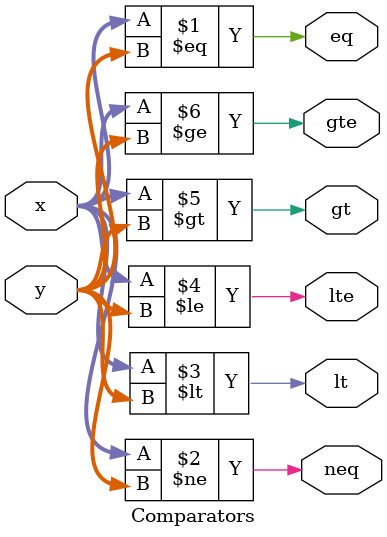
<source format=v>
`timescale 1ns / 1ps

module Comparators #(parameter N=4)

(input [N-1:0] x,y , output eq,neq,lt,lte,gt,gte );

assign eq=(x==y);
assign neq=(x!=y);
assign lt=(x<y);
assign lte=(x<=y);
assign gt=(x>y);
assign gte=(x>=y);


endmodule

</source>
